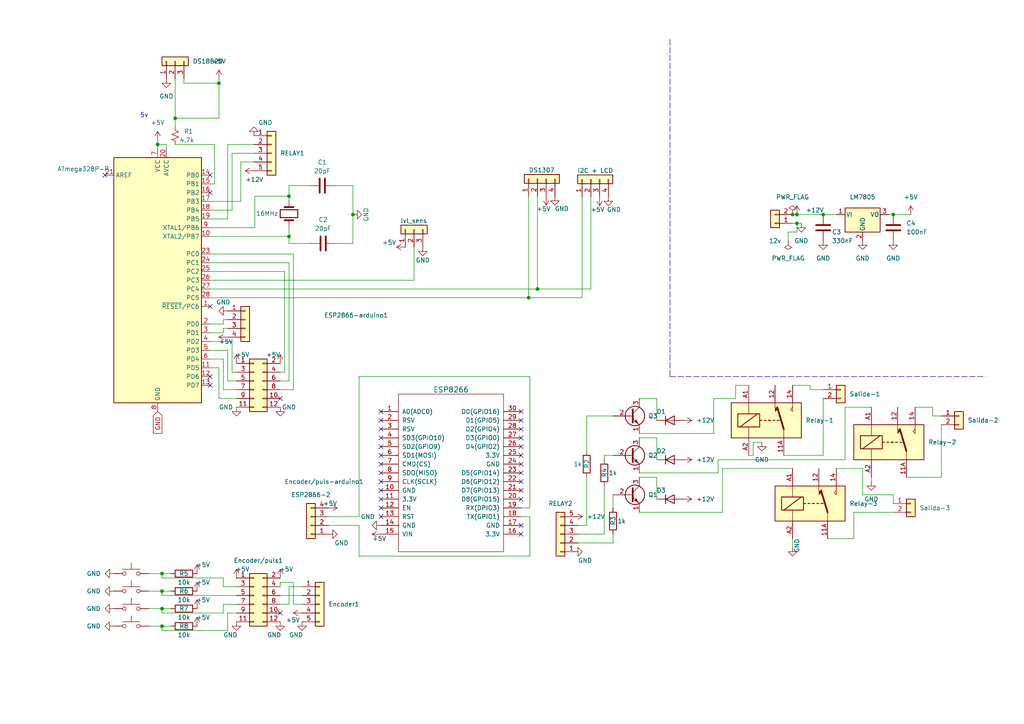
<source format=kicad_sch>
(kicad_sch (version 20211123) (generator eeschema)
  (paper "A4")
  (lib_symbols
    (symbol "Conn_01x02_2" (pin_names (offset 1.016) hide)
      (property "Value" "12v" (at 0 5.08 0))
      (symbol "Conn_01x02_2_1_1"
        (rectangle (start -1.27 -2.413) (end 0 -2.667) (stroke (width 0.1524)))
        (rectangle (start -1.27 0.127) (end 0 -0.127) (stroke (width 0.1524)))
        (rectangle (start -1.27 1.27) (end 1.27 -3.81) (stroke (width 0.254)) (fill (type background)))
        (pin power_in line (at -5.08 0 0) (length 3.81) (name "Pin_1") (number "1"))
        (pin power_in line (at -5.08 -2.54 0) (length 3.81) (name "Pin_2") (number "2"))
      )
    )
    (symbol "Conn_01x04_1" (pin_names (offset 1.016) hide)
      (property "Reference" "J" (at 0 5.08 0))
      (property "Value" "Conn_01x04_1" (at 0 -7.62 0))
      (symbol "Conn_01x04_1_1_1"
        (rectangle (start -1.27 -4.953) (end 0 -5.207) (stroke (width 0.1524)))
        (rectangle (start -1.27 -2.413) (end 0 -2.667) (stroke (width 0.1524)))
        (rectangle (start -1.27 0.127) (end 0 -0.127) (stroke (width 0.1524)))
        (rectangle (start -1.27 2.667) (end 0 2.413) (stroke (width 0.1524)))
        (rectangle (start -1.27 3.81) (end 1.27 -6.35) (stroke (width 0.254)) (fill (type background)))
        (pin passive line (at -5.08 2.54 0) (length 3.81) (name "Pin_1") (number "1"))
        (pin passive line (at -5.08 0 0) (length 3.81) (name "Pin_2") (number "2"))
        (pin passive line (at -5.08 -2.54 0) (length 3.81) (name "Pin_3") (number "3"))
        (pin passive line (at -5.08 -5.08 0) (length 3.81) (name "Pin_4") (number "4"))
      )
    )
    (symbol "Connector_Generic:Conn_01x02" (pin_names (offset 1.016) hide)
      (property "Reference" "J" (at 0 2.54 0))
      (property "Value" "Conn_01x02" (at 0 -5.08 0))
      (symbol "Conn_01x02_1_1"
        (rectangle (start -1.27 -2.413) (end 0 -2.667) (stroke (width 0.1524)))
        (rectangle (start -1.27 0.127) (end 0 -0.127) (stroke (width 0.1524)))
        (rectangle (start -1.27 1.27) (end 1.27 -3.81) (stroke (width 0.254)) (fill (type background)))
        (pin passive line (at -5.08 0 0) (length 3.81) (name "Pin_1") (number "1"))
        (pin passive line (at -5.08 -2.54 0) (length 3.81) (name "Pin_2") (number "2"))
      )
    )
    (symbol "Connector_Generic:Conn_01x03" (pin_names (offset 1.016) hide)
      (property "Reference" "J" (at 0 5.08 0))
      (property "Value" "Conn_01x03" (at 0 -5.08 0))
      (symbol "Conn_01x03_1_1"
        (rectangle (start -1.27 -2.413) (end 0 -2.667) (stroke (width 0.1524)))
        (rectangle (start -1.27 0.127) (end 0 -0.127) (stroke (width 0.1524)))
        (rectangle (start -1.27 2.667) (end 0 2.413) (stroke (width 0.1524)))
        (rectangle (start -1.27 3.81) (end 1.27 -3.81) (stroke (width 0.254)) (fill (type background)))
        (pin passive line (at -5.08 2.54 0) (length 3.81) (name "Pin_1") (number "1"))
        (pin passive line (at -5.08 0 0) (length 3.81) (name "Pin_2") (number "2"))
        (pin passive line (at -5.08 -2.54 0) (length 3.81) (name "Pin_3") (number "3"))
      )
    )
    (symbol "Connector_Generic:Conn_01x04" (pin_names (offset 1.016) hide)
      (property "Reference" "J" (at 0 5.08 0))
      (property "Value" "Conn_01x04" (at 0 -7.62 0))
      (symbol "Conn_01x04_1_1"
        (rectangle (start -1.27 -4.953) (end 0 -5.207) (stroke (width 0.1524)))
        (rectangle (start -1.27 -2.413) (end 0 -2.667) (stroke (width 0.1524)))
        (rectangle (start -1.27 0.127) (end 0 -0.127) (stroke (width 0.1524)))
        (rectangle (start -1.27 2.667) (end 0 2.413) (stroke (width 0.1524)))
        (rectangle (start -1.27 3.81) (end 1.27 -6.35) (stroke (width 0.254)) (fill (type background)))
        (pin passive line (at -5.08 2.54 0) (length 3.81) (name "Pin_1") (number "1"))
        (pin passive line (at -5.08 0 0) (length 3.81) (name "Pin_2") (number "2"))
        (pin passive line (at -5.08 -2.54 0) (length 3.81) (name "Pin_3") (number "3"))
        (pin passive line (at -5.08 -5.08 0) (length 3.81) (name "Pin_4") (number "4"))
      )
    )
    (symbol "Connector_Generic:Conn_01x05" (pin_names (offset 1.016) hide)
      (property "Reference" "J" (at 0 7.62 0))
      (property "Value" "Conn_01x05" (at 0 -7.62 0))
      (symbol "Conn_01x05_1_1"
        (rectangle (start -1.27 -4.953) (end 0 -5.207) (stroke (width 0.1524)))
        (rectangle (start -1.27 -2.413) (end 0 -2.667) (stroke (width 0.1524)))
        (rectangle (start -1.27 0.127) (end 0 -0.127) (stroke (width 0.1524)))
        (rectangle (start -1.27 2.667) (end 0 2.413) (stroke (width 0.1524)))
        (rectangle (start -1.27 5.207) (end 0 4.953) (stroke (width 0.1524)))
        (rectangle (start -1.27 6.35) (end 1.27 -6.35) (stroke (width 0.254)) (fill (type background)))
        (pin passive line (at -5.08 5.08 0) (length 3.81) (name "Pin_1") (number "1"))
        (pin passive line (at -5.08 2.54 0) (length 3.81) (name "Pin_2") (number "2"))
        (pin passive line (at -5.08 0 0) (length 3.81) (name "Pin_3") (number "3"))
        (pin passive line (at -5.08 -2.54 0) (length 3.81) (name "Pin_4") (number "4"))
        (pin passive line (at -5.08 -5.08 0) (length 3.81) (name "Pin_5") (number "5"))
      )
    )
    (symbol "Connector_Generic:Conn_02x06_Odd_Even" (pin_names (offset 1.016) hide)
      (property "Reference" "J" (at 1.27 7.62 0))
      (property "Value" "Conn_02x06_Odd_Even" (at 1.27 -10.16 0))
      (symbol "Conn_02x06_Odd_Even_1_1"
        (rectangle (start -1.27 -7.493) (end 0 -7.747) (stroke (width 0.1524)))
        (rectangle (start -1.27 -4.953) (end 0 -5.207) (stroke (width 0.1524)))
        (rectangle (start -1.27 -2.413) (end 0 -2.667) (stroke (width 0.1524)))
        (rectangle (start -1.27 0.127) (end 0 -0.127) (stroke (width 0.1524)))
        (rectangle (start -1.27 2.667) (end 0 2.413) (stroke (width 0.1524)))
        (rectangle (start -1.27 5.207) (end 0 4.953) (stroke (width 0.1524)))
        (rectangle (start -1.27 6.35) (end 3.81 -8.89) (stroke (width 0.254)) (fill (type background)))
        (rectangle (start 3.81 -7.493) (end 2.54 -7.747) (stroke (width 0.1524)))
        (rectangle (start 3.81 -4.953) (end 2.54 -5.207) (stroke (width 0.1524)))
        (rectangle (start 3.81 -2.413) (end 2.54 -2.667) (stroke (width 0.1524)))
        (rectangle (start 3.81 0.127) (end 2.54 -0.127) (stroke (width 0.1524)))
        (rectangle (start 3.81 2.667) (end 2.54 2.413) (stroke (width 0.1524)))
        (rectangle (start 3.81 5.207) (end 2.54 4.953) (stroke (width 0.1524)))
        (pin passive line (at -5.08 5.08 0) (length 3.81) (name "Pin_1") (number "1"))
        (pin passive line (at 7.62 -5.08 180) (length 3.81) (name "Pin_10") (number "10"))
        (pin passive line (at -5.08 -7.62 0) (length 3.81) (name "Pin_11") (number "11"))
        (pin passive line (at 7.62 -7.62 180) (length 3.81) (name "Pin_12") (number "12"))
        (pin passive line (at 7.62 5.08 180) (length 3.81) (name "Pin_2") (number "2"))
        (pin passive line (at -5.08 2.54 0) (length 3.81) (name "Pin_3") (number "3"))
        (pin passive line (at 7.62 2.54 180) (length 3.81) (name "Pin_4") (number "4"))
        (pin passive line (at -5.08 0 0) (length 3.81) (name "Pin_5") (number "5"))
        (pin passive line (at 7.62 0 180) (length 3.81) (name "Pin_6") (number "6"))
        (pin passive line (at -5.08 -2.54 0) (length 3.81) (name "Pin_7") (number "7"))
        (pin passive line (at 7.62 -2.54 180) (length 3.81) (name "Pin_8") (number "8"))
        (pin passive line (at -5.08 -5.08 0) (length 3.81) (name "Pin_9") (number "9"))
      )
    )
    (symbol "Device:C" (pin_numbers hide) (pin_names (offset 0.254))
      (property "Reference" "C" (at 0.635 2.54 0))
      (property "Value" "C" (at 0.635 -2.54 0))
      (symbol "C_0_1"
        (polyline (pts (xy -2.032 -0.762) (xy 2.032 -0.762)) (stroke (width 0.508)))
        (polyline (pts (xy -2.032 0.762) (xy 2.032 0.762)) (stroke (width 0.508)))
      )
      (symbol "C_1_1"
        (pin passive line (at 0 3.81 270) (length 2.794) (name "~") (number "1"))
        (pin passive line (at 0 -3.81 90) (length 2.794) (name "~") (number "2"))
      )
    )
    (symbol "Device:Crystal" (pin_numbers hide) (pin_names (offset 1.016) hide)
      (property "Reference" "Y" (at 0 3.81 0))
      (property "Value" "Crystal" (at 0 -3.81 0))
      (symbol "Crystal_0_1"
        (rectangle (start -1.143 2.54) (end 1.143 -2.54) (stroke (width 0.3048)))
        (polyline (pts (xy -2.54 0) (xy -1.905 0)))
        (polyline (pts (xy -1.905 -1.27) (xy -1.905 1.27)) (stroke (width 0.508)))
        (polyline (pts (xy 1.905 -1.27) (xy 1.905 1.27)) (stroke (width 0.508)))
        (polyline (pts (xy 2.54 0) (xy 1.905 0)))
      )
      (symbol "Crystal_1_1"
        (pin passive line (at -3.81 0 0) (length 1.27) (name "1") (number "1"))
        (pin passive line (at 3.81 0 180) (length 1.27) (name "2") (number "2"))
      )
    )
    (symbol "Device:R" (pin_numbers hide) (pin_names (offset 0))
      (property "Reference" "R" (at 2.032 0 90))
      (property "Value" "R" (at 0 0 90))
      (symbol "R_0_1"
        (rectangle (start -1.016 -2.54) (end 1.016 2.54) (stroke (width 0.254)))
      )
      (symbol "R_1_1"
        (pin passive line (at 0 3.81 270) (length 1.27) (name "~") (number "1"))
        (pin passive line (at 0 -3.81 90) (length 1.27) (name "~") (number "2"))
      )
    )
    (symbol "Device:R_Small_US" (pin_numbers hide) (pin_names (offset 0.254) hide)
      (property "Reference" "R" (at 0.762 0.508 0))
      (property "Value" "R_Small_US" (at 0.762 -1.016 0))
      (symbol "R_Small_US_1_1"
        (polyline (pts (xy 0 0) (xy 1.016 -0.381) (xy 0 -0.762) (xy -1.016 -1.143) (xy 0 -1.524)))
        (polyline (pts (xy 0 1.524) (xy 1.016 1.143) (xy 0 0.762) (xy -1.016 0.381) (xy 0 0)))
        (pin passive line (at 0 2.54 270) (length 1.016) (name "~") (number "1"))
        (pin passive line (at 0 -2.54 90) (length 1.016) (name "~") (number "2"))
      )
    )
    (symbol "Diode:1N4007" (pin_numbers hide) (pin_names (offset 1.016) hide)
      (property "Reference" "D" (at 0 2.54 0))
      (property "Value" "1N4007" (at 0 -2.54 0))
      (symbol "1N4007_0_1"
        (polyline (pts (xy -1.27 1.27) (xy -1.27 -1.27)) (stroke (width 0.254)))
        (polyline (pts (xy 1.27 0) (xy -1.27 0)))
        (polyline (pts (xy 1.27 1.27) (xy 1.27 -1.27) (xy -1.27 0) (xy 1.27 1.27)) (stroke (width 0.254)))
      )
      (symbol "1N4007_1_1"
        (pin passive line (at -3.81 0 0) (length 2.54) (name "K") (number "1"))
        (pin passive line (at 3.81 0 180) (length 2.54) (name "A") (number "2"))
      )
    )
    (symbol "ESP8266-2:NodeMCU1.0(ESP-12E)" (pin_names (offset 1.016))
      (property "Reference" "U" (at 0 21.59 0))
      (property "Value" "NodeMCU1.0(ESP-12E)" (at 0 -21.59 0))
      (symbol "NodeMCU1.0(ESP-12E)_0_1"
        (rectangle (start -15.24 -22.86) (end 15.24 22.86))
      )
      (symbol "NodeMCU1.0(ESP-12E)_1_1"
        (pin input line (at -20.32 17.78 0) (length 5.08) (name "A0(ADC0)") (number "1"))
        (pin input line (at -20.32 -5.08 0) (length 5.08) (name "GND") (number "10"))
        (pin input line (at -20.32 -7.62 0) (length 5.08) (name "3.3V") (number "11"))
        (pin input line (at -20.32 -10.16 0) (length 5.08) (name "EN") (number "12"))
        (pin input line (at -20.32 -12.7 0) (length 5.08) (name "RST") (number "13"))
        (pin input line (at -20.32 -15.24 0) (length 5.08) (name "GND") (number "14"))
        (pin input line (at -20.32 -17.78 0) (length 5.08) (name "VIN") (number "15"))
        (pin input line (at 20.32 -17.78 180) (length 5.08) (name "3.3V") (number "16"))
        (pin input line (at 20.32 -15.24 180) (length 5.08) (name "GND") (number "17"))
        (pin input line (at 20.32 -12.7 180) (length 5.08) (name "TX(GPIO1)") (number "18"))
        (pin input line (at 20.32 -10.16 180) (length 5.08) (name "RX(DPIO3)") (number "19"))
        (pin input line (at -20.32 15.24 0) (length 5.08) (name "RSV") (number "2"))
        (pin input line (at 20.32 -7.62 180) (length 5.08) (name "D8(GPIO15)") (number "20"))
        (pin input line (at 20.32 -5.08 180) (length 5.08) (name "D7(GPIO13)") (number "21"))
        (pin input line (at 20.32 -2.54 180) (length 5.08) (name "D6(GPIO12)") (number "22"))
        (pin input line (at 20.32 0 180) (length 5.08) (name "D5(GPIO14)") (number "23"))
        (pin input line (at 20.32 2.54 180) (length 5.08) (name "GND") (number "24"))
        (pin input line (at 20.32 5.08 180) (length 5.08) (name "3.3V") (number "25"))
        (pin input line (at 20.32 7.62 180) (length 5.08) (name "D4(GPIO2)") (number "26"))
        (pin input line (at 20.32 10.16 180) (length 5.08) (name "D3(GPIO0)") (number "27"))
        (pin input line (at 20.32 12.7 180) (length 5.08) (name "D2(GPIO4)") (number "28"))
        (pin input line (at 20.32 15.24 180) (length 5.08) (name "D1(GPIO5)") (number "29"))
        (pin input line (at -20.32 12.7 0) (length 5.08) (name "RSV") (number "3"))
        (pin input line (at 20.32 17.78 180) (length 5.08) (name "D0(GPIO16)") (number "30"))
        (pin input line (at -20.32 10.16 0) (length 5.08) (name "SD3(GPIO10)") (number "4"))
        (pin input line (at -20.32 7.62 0) (length 5.08) (name "SD2(GPIO9)") (number "5"))
        (pin input line (at -20.32 5.08 0) (length 5.08) (name "SD1(MOSI)") (number "6"))
        (pin input line (at -20.32 2.54 0) (length 5.08) (name "CMD(CS)") (number "7"))
        (pin input line (at -20.32 0 0) (length 5.08) (name "SDO(MISO)") (number "8"))
        (pin input line (at -20.32 -2.54 0) (length 5.08) (name "CLK(SCLK)") (number "9"))
      )
    )
    (symbol "MCU_Microchip_ATmega:ATmega328P-P"
      (property "Reference" "U" (at -12.7 36.83 0))
      (property "Value" "ATmega328P-P" (at 2.54 -36.83 0))
      (symbol "ATmega328P-P_0_1"
        (rectangle (start -12.7 -35.56) (end 12.7 35.56) (stroke (width 0.254)) (fill (type background)))
      )
      (symbol "ATmega328P-P_1_1"
        (pin bidirectional line (at 15.24 -7.62 180) (length 2.54) (name "~{RESET}/PC6") (number "1"))
        (pin bidirectional line (at 15.24 12.7 180) (length 2.54) (name "XTAL2/PB7") (number "10"))
        (pin bidirectional line (at 15.24 -25.4 180) (length 2.54) (name "PD5") (number "11"))
        (pin bidirectional line (at 15.24 -27.94 180) (length 2.54) (name "PD6") (number "12"))
        (pin bidirectional line (at 15.24 -30.48 180) (length 2.54) (name "PD7") (number "13"))
        (pin bidirectional line (at 15.24 30.48 180) (length 2.54) (name "PB0") (number "14"))
        (pin bidirectional line (at 15.24 27.94 180) (length 2.54) (name "PB1") (number "15"))
        (pin bidirectional line (at 15.24 25.4 180) (length 2.54) (name "PB2") (number "16"))
        (pin bidirectional line (at 15.24 22.86 180) (length 2.54) (name "PB3") (number "17"))
        (pin bidirectional line (at 15.24 20.32 180) (length 2.54) (name "PB4") (number "18"))
        (pin bidirectional line (at 15.24 17.78 180) (length 2.54) (name "PB5") (number "19"))
        (pin bidirectional line (at 15.24 -12.7 180) (length 2.54) (name "PD0") (number "2"))
        (pin power_in line (at 2.54 38.1 270) (length 2.54) (name "AVCC") (number "20"))
        (pin passive line (at -15.24 30.48 0) (length 2.54) (name "AREF") (number "21"))
        (pin passive line (at 0 -38.1 90) (length 2.54) hide (name "GND") (number "22"))
        (pin bidirectional line (at 15.24 7.62 180) (length 2.54) (name "PC0") (number "23"))
        (pin bidirectional line (at 15.24 5.08 180) (length 2.54) (name "PC1") (number "24"))
        (pin bidirectional line (at 15.24 2.54 180) (length 2.54) (name "PC2") (number "25"))
        (pin bidirectional line (at 15.24 0 180) (length 2.54) (name "PC3") (number "26"))
        (pin bidirectional line (at 15.24 -2.54 180) (length 2.54) (name "PC4") (number "27"))
        (pin bidirectional line (at 15.24 -5.08 180) (length 2.54) (name "PC5") (number "28"))
        (pin bidirectional line (at 15.24 -15.24 180) (length 2.54) (name "PD1") (number "3"))
        (pin bidirectional line (at 15.24 -17.78 180) (length 2.54) (name "PD2") (number "4"))
        (pin bidirectional line (at 15.24 -20.32 180) (length 2.54) (name "PD3") (number "5"))
        (pin bidirectional line (at 15.24 -22.86 180) (length 2.54) (name "PD4") (number "6"))
        (pin power_in line (at 0 38.1 270) (length 2.54) (name "VCC") (number "7"))
        (pin power_in line (at 0 -38.1 90) (length 2.54) (name "GND") (number "8"))
        (pin bidirectional line (at 15.24 15.24 180) (length 2.54) (name "XTAL1/PB6") (number "9"))
      )
    )
    (symbol "Regulator_Linear:LM7805_TO220" (pin_names (offset 0.254))
      (property "Reference" "U" (at -3.81 3.175 0))
      (property "Value" "LM7805_TO220" (at 0 3.175 0))
      (symbol "LM7805_TO220_0_1"
        (rectangle (start -5.08 1.905) (end 5.08 -5.08) (stroke (width 0.254)) (fill (type background)))
      )
      (symbol "LM7805_TO220_1_1"
        (pin power_in line (at -7.62 0 0) (length 2.54) (name "VI") (number "1"))
        (pin power_in line (at 0 -7.62 90) (length 2.54) (name "GND") (number "2"))
        (pin power_out line (at 7.62 0 180) (length 2.54) (name "VO") (number "3"))
      )
    )
    (symbol "Relay:RAYEX-L90"
      (property "Reference" "K" (at 11.43 3.81 0))
      (property "Value" "RAYEX-L90" (at 11.43 1.27 0))
      (symbol "RAYEX-L90_1_0"
        (polyline (pts (xy 2.54 3.81) (xy 2.54 5.08)))
        (polyline (pts (xy 7.62 3.81) (xy 7.62 5.08)))
        (polyline (pts (xy 7.62 3.81) (xy 7.62 2.54) (xy 6.985 3.175) (xy 7.62 3.81)))
      )
      (symbol "RAYEX-L90_1_1"
        (rectangle (start -10.16 5.08) (end 10.16 -5.08) (stroke (width 0.254)) (fill (type background)))
        (rectangle (start -8.255 1.905) (end -1.905 -1.905) (stroke (width 0.254)))
        (polyline (pts (xy -7.62 -1.905) (xy -2.54 1.905)) (stroke (width 0.254)))
        (polyline (pts (xy -5.08 -5.08) (xy -5.08 -1.905)))
        (polyline (pts (xy -5.08 5.08) (xy -5.08 1.905)))
        (polyline (pts (xy -1.905 0) (xy -1.27 0)) (stroke (width 0.254)))
        (polyline (pts (xy -0.635 0) (xy 0 0)) (stroke (width 0.254)))
        (polyline (pts (xy 0.635 0) (xy 1.27 0)) (stroke (width 0.254)))
        (polyline (pts (xy 0.635 0) (xy 1.27 0)) (stroke (width 0.254)))
        (polyline (pts (xy 1.905 0) (xy 2.54 0)) (stroke (width 0.254)))
        (polyline (pts (xy 3.175 0) (xy 3.81 0)) (stroke (width 0.254)))
        (polyline (pts (xy 5.08 -2.54) (xy 3.175 3.81)) (stroke (width 0.508)))
        (polyline (pts (xy 5.08 -2.54) (xy 5.08 -5.08)))
        (polyline (pts (xy 2.54 2.54) (xy 3.175 3.175) (xy 2.54 3.81)) (fill (type outline)))
        (pin passive line (at 5.08 -10.16 90) (length 5.08) (name "~") (number "11A"))
        (pin passive line (at 5.08 -10.16 90) (length 5.08) hide (name "~") (number "11B"))
        (pin passive line (at 2.54 10.16 270) (length 5.08) (name "~") (number "12"))
        (pin passive line (at 7.62 10.16 270) (length 5.08) (name "~") (number "14"))
        (pin passive line (at -5.08 10.16 270) (length 5.08) (name "~") (number "A1"))
        (pin passive line (at -5.08 -10.16 90) (length 5.08) (name "~") (number "A2"))
      )
    )
    (symbol "Switch:SW_Push" (pin_numbers hide) (pin_names (offset 1.016) hide)
      (property "Reference" "SW" (at 1.27 2.54 0))
      (property "Value" "SW_Push" (at 0 -1.524 0))
      (symbol "SW_Push_0_1"
        (circle (center -2.032 0) (radius 0.508))
        (polyline (pts (xy 0 1.27) (xy 0 3.048)))
        (polyline (pts (xy 2.54 1.27) (xy -2.54 1.27)))
        (circle (center 2.032 0) (radius 0.508))
        (pin passive line (at -5.08 0 0) (length 2.54) (name "1") (number "1"))
        (pin passive line (at 5.08 0 180) (length 2.54) (name "2") (number "2"))
      )
    )
    (symbol "Transistor_BJT:PN2222A" (pin_names (offset 0) hide)
      (property "Reference" "Q" (at 5.08 1.905 0))
      (property "Value" "PN2222A" (at 5.08 0 0))
      (symbol "PN2222A_0_1"
        (polyline (pts (xy 0 0) (xy 0.635 0)))
        (polyline (pts (xy 2.54 -2.54) (xy 0.635 -0.635)))
        (polyline (pts (xy 2.54 2.54) (xy 0.635 0.635)))
        (polyline (pts (xy 0.635 1.905) (xy 0.635 -1.905) (xy 0.635 -1.905)) (stroke (width 0.508)))
        (polyline (pts (xy 2.413 -2.413) (xy 1.905 -1.905) (xy 1.905 -1.905)))
        (polyline (pts (xy 1.143 -1.651) (xy 1.651 -1.143) (xy 2.159 -2.159) (xy 1.143 -1.651) (xy 1.143 -1.651)) (fill (type outline)))
        (circle (center 1.27 0) (radius 2.8194) (stroke (width 0.254)))
      )
      (symbol "PN2222A_1_1"
        (pin passive line (at 2.54 -5.08 90) (length 2.54) (name "E") (number "1"))
        (pin input line (at -5.08 0 0) (length 5.08) (name "B") (number "2"))
        (pin passive line (at 2.54 5.08 270) (length 2.54) (name "C") (number "3"))
      )
    )
    (symbol "power:+12V" (power) (pin_names (offset 0))
      (property "Value" "+12V" (at 0 3.556 0))
      (symbol "+12V_0_1"
        (polyline (pts (xy -0.762 1.27) (xy 0 2.54)))
        (polyline (pts (xy 0 0) (xy 0 2.54)))
        (polyline (pts (xy 0 2.54) (xy 0.762 1.27)))
      )
      (symbol "+12V_1_1"
        (pin power_in line (at 0 0 90) (length 0) hide (name "+12V") (number "1"))
      )
    )
    (symbol "power:+5V" (power) (pin_names (offset 0))
      (property "Value" "+5V" (at 0 3.556 0))
      (symbol "+5V_0_1"
        (polyline (pts (xy -0.762 1.27) (xy 0 2.54)))
        (polyline (pts (xy 0 0) (xy 0 2.54)))
        (polyline (pts (xy 0 2.54) (xy 0.762 1.27)))
      )
      (symbol "+5V_1_1"
        (pin power_in line (at 0 0 90) (length 0) hide (name "+5V") (number "1"))
      )
    )
    (symbol "power:GND" (power) (pin_names (offset 0))
      (property "Value" "GND" (at 0 -3.81 0))
      (symbol "GND_0_1"
        (polyline (pts (xy 0 0) (xy 0 -1.27) (xy 1.27 -1.27) (xy 0 -2.54) (xy -1.27 -1.27) (xy 0 -1.27)))
      )
      (symbol "GND_1_1"
        (pin power_in line (at 0 0 270) (length 0) hide (name "GND") (number "1"))
      )
    )
    (symbol "power:PWR_FLAG" (power) (pin_numbers hide) (pin_names (offset 0) hide)
      (property "Value" "PWR_FLAG" (at 0 3.81 0))
      (symbol "PWR_FLAG_0_0"
        (pin power_out line (at 0 0 90) (length 0) (name "pwr") (number "1"))
      )
      (symbol "PWR_FLAG_0_1"
        (polyline (pts (xy 0 0) (xy 0 1.27) (xy -1.016 1.905) (xy 0 2.54) (xy 1.016 1.905) (xy 0 1.27)))
      )
    )
  )
  (junction (at 153.3398 86.36))
  (junction (at 46.99 166.37))
  (junction (at 45.72 41.91))
  (junction (at 231.14 62.23))
  (junction (at 46.99 176.53))
  (junction (at 102.362 62.23))
  (junction (at 259.08 62.23))
  (junction (at 229.87 62.23))
  (junction (at 238.76 62.23))
  (junction (at 50.8 34.29))
  (junction (at 46.99 171.45))
  (junction (at 83.82 56.896))
  (junction (at 231.14 64.77))
  (junction (at 63.5 24.13))
  (junction (at 46.99 181.61))
  (junction (at 83.82 68.58))
  (junction (at 155.8798 83.82))
  (no_connect (at 81.28 115.57))
  (no_connect (at 30.48 50.8))
  (no_connect (at 151.13 144.78))
  (no_connect (at 151.13 139.7))
  (no_connect (at 151.13 142.24))
  (no_connect (at 151.13 152.4))
  (no_connect (at 151.13 154.94))
  (no_connect (at 151.13 119.38))
  (no_connect (at 151.13 121.92))
  (no_connect (at 151.13 127))
  (no_connect (at 151.13 124.46))
  (no_connect (at 151.13 129.54))
  (no_connect (at 151.13 132.08))
  (no_connect (at 151.13 134.62))
  (no_connect (at 151.13 137.16))
  (no_connect (at 110.49 149.86))
  (no_connect (at 110.49 147.32))
  (no_connect (at 110.49 144.78))
  (no_connect (at 110.49 137.16))
  (no_connect (at 110.49 134.62))
  (no_connect (at 110.49 129.54))
  (no_connect (at 110.49 124.46))
  (no_connect (at 110.49 127))
  (no_connect (at 110.49 132.08))
  (no_connect (at 110.49 142.24))
  (no_connect (at 110.49 139.7))
  (no_connect (at 110.49 119.38))
  (no_connect (at 110.49 121.92))
  (no_connect (at 81.28 177.8))
  (no_connect (at 60.96 111.76))
  (no_connect (at 60.96 88.9))
  (no_connect (at 60.96 109.22))
  (no_connect (at 60.96 55.88))
  (no_connect (at 60.96 50.8))
  (wire (pts (xy 89.916 70.612) (xy 83.82 70.612)))
  (wire (pts (xy 209.55 148.59) (xy 185.42 148.59)))
  (wire (pts (xy 46.99 181.61) (xy 46.99 182.88)))
  (wire (pts (xy 265.43 118.11) (xy 270.51 118.11)))
  (wire (pts (xy 270.51 120.65) (xy 273.05 120.65)))
  (wire (pts (xy 207.01 125.73) (xy 185.42 125.73)))
  (wire (pts (xy 85.09 175.26) (xy 85.09 168.91)))
  (wire (pts (xy 60.96 86.36) (xy 153.3398 86.36)))
  (wire (pts (xy 171.3738 57.0992) (xy 171.3738 83.82)))
  (wire (pts (xy 104.14 149.86) (xy 95.25 149.86)))
  (wire (pts (xy 153.67 149.86) (xy 153.67 161.29)))
  (wire (pts (xy 46.99 177.8) (xy 64.77 177.8)))
  (wire (pts (xy 259.08 143.51) (xy 259.08 146.05)))
  (wire (pts (xy 66.04 41.91) (xy 73.66 41.91)))
  (wire (pts (xy 62.23 53.34) (xy 62.23 41.91)))
  (wire (pts (xy 167.64 149.86) (xy 166.37 149.86)))
  (wire (pts (xy 95.25 152.4) (xy 104.14 152.4)))
  (wire (pts (xy 50.8 34.29) (xy 50.8 36.83)))
  (wire (pts (xy 43.18 171.45) (xy 46.99 171.45)))
  (wire (pts (xy 85.09 113.03) (xy 81.28 113.03)))
  (wire (pts (xy 60.96 78.74) (xy 82.55 78.74)))
  (wire (pts (xy 45.72 41.91) (xy 45.72 43.18)))
  (wire (pts (xy 102.362 53.848) (xy 102.362 62.23)))
  (wire (pts (xy 60.96 83.82) (xy 155.8798 83.82)))
  (wire (pts (xy 60.96 99.06) (xy 67.31 99.06)))
  (wire (pts (xy 81.28 168.91) (xy 81.28 170.18)))
  (wire (pts (xy 64.77 167.64) (xy 64.77 170.18)))
  (wire (pts (xy 67.31 44.45) (xy 73.66 44.45)))
  (wire (pts (xy 87.63 175.26) (xy 85.09 175.26)))
  (wire (pts (xy 81.28 172.72) (xy 87.63 172.72)))
  (wire (pts (xy 229.87 111.76) (xy 234.95 111.76)))
  (wire (pts (xy 60.96 66.04) (xy 73.914 66.04)))
  (wire (pts (xy 83.82 70.612) (xy 83.82 68.58)))
  (wire (pts (xy 85.09 113.03) (xy 85.09 73.66)))
  (wire (pts (xy 151.13 147.32) (xy 153.67 147.32)))
  (polyline (pts (xy 194.31 11.43) (xy 194.31 109.22)))
  (wire (pts (xy 170.18 138.43) (xy 170.18 152.4)))
  (wire (pts (xy 43.18 166.37) (xy 46.99 166.37)))
  (wire (pts (xy 60.96 60.96) (xy 67.31 60.96)))
  (wire (pts (xy 50.8 34.29) (xy 63.5 34.29)))
  (wire (pts (xy 151.13 149.86) (xy 153.67 149.86)))
  (wire (pts (xy 245.11 133.35) (xy 208.28 133.35)))
  (wire (pts (xy 83.82 53.848) (xy 83.82 56.896)))
  (wire (pts (xy 153.67 109.22) (xy 104.14 109.22)))
  (wire (pts (xy 262.89 138.43) (xy 273.05 138.43)))
  (wire (pts (xy 231.14 62.23) (xy 238.76 62.23)))
  (wire (pts (xy 213.36 111.76) (xy 217.17 111.76)))
  (wire (pts (xy 46.99 166.37) (xy 46.99 167.64)))
  (wire (pts (xy 229.87 135.89) (xy 209.55 135.89)))
  (wire (pts (xy 177.8 147.32) (xy 177.8 143.51)))
  (wire (pts (xy 64.77 175.26) (xy 68.58 175.26)))
  (wire (pts (xy 60.96 63.5) (xy 66.04 63.5)))
  (wire (pts (xy 175.26 154.94) (xy 167.64 154.94)))
  (wire (pts (xy 238.76 132.08) (xy 227.33 132.08)))
  (wire (pts (xy 171.3738 83.82) (xy 155.8798 83.82)))
  (wire (pts (xy 190.5 115.57) (xy 190.5 121.92)))
  (wire (pts (xy 48.26 43.18) (xy 48.26 41.91)))
  (wire (pts (xy 153.3398 86.36) (xy 153.3398 56.9722)))
  (wire (pts (xy 208.28 137.16) (xy 185.42 137.16)))
  (wire (pts (xy 229.87 62.23) (xy 231.14 62.23)))
  (wire (pts (xy 69.85 46.99) (xy 73.66 46.99)))
  (wire (pts (xy 66.04 177.8) (xy 66.04 182.88)))
  (wire (pts (xy 170.18 120.65) (xy 170.18 130.81)))
  (wire (pts (xy 185.42 138.43) (xy 190.5 138.43)))
  (wire (pts (xy 67.31 107.95) (xy 68.58 107.95)))
  (wire (pts (xy 218.44 132.08) (xy 218.44 128.27)))
  (wire (pts (xy 62.23 41.91) (xy 50.8 41.91)))
  (wire (pts (xy 66.04 101.6) (xy 66.04 110.49)))
  (wire (pts (xy 177.8 157.48) (xy 167.64 157.48)))
  (wire (pts (xy 46.99 167.64) (xy 64.77 167.64)))
  (wire (pts (xy 60.96 104.14) (xy 64.77 104.14)))
  (wire (pts (xy 250.19 143.51) (xy 259.08 143.51)))
  (wire (pts (xy 66.04 63.5) (xy 66.04 41.91)))
  (wire (pts (xy 60.96 106.68) (xy 63.5 106.68)))
  (wire (pts (xy 209.55 135.89) (xy 209.55 148.59)))
  (wire (pts (xy 46.99 171.45) (xy 49.53 171.45)))
  (wire (pts (xy 238.76 62.23) (xy 242.57 62.23)))
  (wire (pts (xy 153.3398 86.36) (xy 168.8338 86.36)))
  (wire (pts (xy 104.14 109.22) (xy 104.14 149.86)))
  (wire (pts (xy 64.77 95.25) (xy 66.04 95.25)))
  (wire (pts (xy 46.99 171.45) (xy 46.99 172.72)))
  (wire (pts (xy 177.8 132.08) (xy 175.26 132.08)))
  (wire (pts (xy 102.362 70.612) (xy 102.362 62.23)))
  (wire (pts (xy 185.42 127) (xy 190.5 127)))
  (wire (pts (xy 231.14 67.31) (xy 231.14 64.77)))
  (wire (pts (xy 64.77 96.52) (xy 64.77 95.25)))
  (wire (pts (xy 259.08 148.59) (xy 247.65 148.59)))
  (wire (pts (xy 63.5 22.86) (xy 63.5 24.13)))
  (wire (pts (xy 64.77 113.03) (xy 68.58 113.03)))
  (wire (pts (xy 175.26 140.97) (xy 175.26 154.94)))
  (wire (pts (xy 64.77 177.8) (xy 64.77 175.26)))
  (wire (pts (xy 83.82 68.58) (xy 60.96 68.58)))
  (wire (pts (xy 207.01 115.57) (xy 207.01 125.73)))
  (wire (pts (xy 81.28 107.95) (xy 82.55 107.95)))
  (wire (pts (xy 60.96 101.6) (xy 66.04 101.6)))
  (wire (pts (xy 73.914 66.04) (xy 73.914 56.896)))
  (wire (pts (xy 234.95 113.03) (xy 238.76 113.03)))
  (wire (pts (xy 234.95 111.76) (xy 234.95 113.03)))
  (wire (pts (xy 245.11 133.35) (xy 245.11 118.11)))
  (wire (pts (xy 60.96 93.98) (xy 64.77 93.98)))
  (wire (pts (xy 89.662 53.848) (xy 83.82 53.848)))
  (wire (pts (xy 228.6 69.85) (xy 228.6 67.31)))
  (wire (pts (xy 83.82 110.49) (xy 81.28 110.49)))
  (wire (pts (xy 168.8338 86.36) (xy 168.8338 57.0992)))
  (wire (pts (xy 46.99 181.61) (xy 49.53 181.61)))
  (wire (pts (xy 60.96 53.34) (xy 62.23 53.34)))
  (wire (pts (xy 83.82 170.18) (xy 83.82 175.26)))
  (wire (pts (xy 250.19 135.89) (xy 250.19 143.51)))
  (wire (pts (xy 155.8798 83.82) (xy 155.8798 56.9722)))
  (wire (pts (xy 83.82 56.896) (xy 73.914 56.896)))
  (wire (pts (xy 60.96 76.2) (xy 83.82 76.2)))
  (wire (pts (xy 60.96 96.52) (xy 64.77 96.52)))
  (wire (pts (xy 66.04 110.49) (xy 68.58 110.49)))
  (wire (pts (xy 238.76 115.57) (xy 238.76 132.08)))
  (wire (pts (xy 60.96 81.28) (xy 120.0912 81.28)))
  (wire (pts (xy 190.5 127) (xy 190.5 133.35)))
  (wire (pts (xy 175.26 132.08) (xy 175.26 133.35)))
  (wire (pts (xy 213.36 115.57) (xy 213.36 111.76)))
  (wire (pts (xy 167.64 160.02) (xy 166.37 160.02)))
  (wire (pts (xy 46.99 182.88) (xy 66.04 182.88)))
  (wire (pts (xy 50.8 22.86) (xy 50.8 34.29)))
  (wire (pts (xy 229.87 64.77) (xy 231.14 64.77)))
  (wire (pts (xy 185.42 115.57) (xy 190.5 115.57)))
  (wire (pts (xy 46.99 172.72) (xy 68.58 172.72)))
  (wire (pts (xy 177.8 154.94) (xy 177.8 157.48)))
  (wire (pts (xy 83.82 58.166) (xy 83.82 56.896)))
  (wire (pts (xy 53.34 24.13) (xy 53.34 22.86)))
  (wire (pts (xy 83.82 175.26) (xy 81.28 175.26)))
  (wire (pts (xy 63.5 115.57) (xy 68.58 115.57)))
  (wire (pts (xy 229.87 156.21) (xy 229.87 158.75)))
  (wire (pts (xy 64.77 92.71) (xy 66.04 92.71)))
  (wire (pts (xy 257.81 62.23) (xy 259.08 62.23)))
  (wire (pts (xy 46.99 176.53) (xy 49.53 176.53)))
  (wire (pts (xy 63.5 24.13) (xy 63.5 34.29)))
  (wire (pts (xy 64.77 104.14) (xy 64.77 113.03)))
  (wire (pts (xy 247.65 148.59) (xy 247.65 156.21)))
  (wire (pts (xy 273.05 123.19) (xy 273.05 138.43)))
  (polyline (pts (xy 194.31 109.22) (xy 285.75 109.22)))
  (wire (pts (xy 218.44 128.27) (xy 220.98 128.27)))
  (wire (pts (xy 231.14 64.77) (xy 232.41 64.77)))
  (wire (pts (xy 242.57 135.89) (xy 250.19 135.89)))
  (wire (pts (xy 45.72 41.91) (xy 48.26 41.91)))
  (wire (pts (xy 247.65 156.21) (xy 240.03 156.21)))
  (wire (pts (xy 69.85 58.42) (xy 69.85 46.99)))
  (wire (pts (xy 153.67 161.29) (xy 104.14 161.29)))
  (wire (pts (xy 120.0912 71.6534) (xy 120.0912 81.28)))
  (wire (pts (xy 213.36 115.57) (xy 207.01 115.57)))
  (wire (pts (xy 67.31 99.06) (xy 67.31 107.95)))
  (wire (pts (xy 63.5 106.68) (xy 63.5 115.57)))
  (wire (pts (xy 259.08 62.23) (xy 264.16 62.23)))
  (wire (pts (xy 217.17 132.08) (xy 218.44 132.08)))
  (wire (pts (xy 60.96 73.66) (xy 85.09 73.66)))
  (wire (pts (xy 67.31 60.96) (xy 67.31 44.45)))
  (wire (pts (xy 170.18 120.65) (xy 177.8 120.65)))
  (wire (pts (xy 228.6 67.31) (xy 231.14 67.31)))
  (wire (pts (xy 170.18 152.4) (xy 167.64 152.4)))
  (wire (pts (xy 53.34 24.13) (xy 63.5 24.13)))
  (wire (pts (xy 64.77 93.98) (xy 64.77 92.71)))
  (wire (pts (xy 60.96 58.42) (xy 69.85 58.42)))
  (wire (pts (xy 97.536 70.612) (xy 102.362 70.612)))
  (wire (pts (xy 64.77 170.18) (xy 68.58 170.18)))
  (wire (pts (xy 46.99 176.53) (xy 46.99 177.8)))
  (wire (pts (xy 85.09 168.91) (xy 81.28 168.91)))
  (wire (pts (xy 46.99 166.37) (xy 49.53 166.37)))
  (wire (pts (xy 82.55 78.74) (xy 82.55 107.95)))
  (wire (pts (xy 252.73 138.43) (xy 252.73 139.7)))
  (wire (pts (xy 245.11 118.11) (xy 252.73 118.11)))
  (wire (pts (xy 43.18 176.53) (xy 46.99 176.53)))
  (wire (pts (xy 270.51 118.11) (xy 270.51 120.65)))
  (wire (pts (xy 66.04 177.8) (xy 68.58 177.8)))
  (wire (pts (xy 190.5 138.43) (xy 190.5 144.78)))
  (wire (pts (xy 45.72 40.64) (xy 45.72 41.91)))
  (wire (pts (xy 43.18 181.61) (xy 46.99 181.61)))
  (wire (pts (xy 97.282 53.848) (xy 102.362 53.848)))
  (wire (pts (xy 208.28 133.35) (xy 208.28 137.16)))
  (wire (pts (xy 153.67 147.32) (xy 153.67 109.22)))
  (wire (pts (xy 83.82 170.18) (xy 87.63 170.18)))
  (wire (pts (xy 83.82 65.786) (xy 83.82 68.58)))
  (wire (pts (xy 104.14 152.4) (xy 104.14 161.29)))
  (wire (pts (xy 83.82 76.2) (xy 83.82 110.49)))
  (text "5v" (at 40.64 34.29 0) (effects (font (size 1.27 1.27)) (justify left bottom)))
  (global_label "GND" (shape input) (at 45.72 119.38 270) (property "Intersheet References" "${INTERSHEET_REFS}" (effects hide)))
  (symbol (lib_id "Connector_Generic:Conn_02x06_Odd_Even") (at 73.66 172.72 0) (unit 1)
    (property "Reference" "Encoder/puls1" (at 74.93 162.56 0))
    (property "Value" "Conn_02x06_Odd_Even" (effects hide))
    (property "Footprint" "Connector_PinHeader_2.54mm:PinHeader_2x06_P2.54mm_Vertical" (effects hide))
  )
  (symbol (lib_id "Connector_Generic:Conn_02x06_Odd_Even") (at 73.66 110.49 0) (unit 1)
    (property "Reference" "Encoder/puls-arduino1" (at 93.98 139.7 0))
    (property "Value" "Conn_02x06_Odd_Even" (effects hide))
    (property "Footprint" "Connector_PinHeader_2.54mm:PinHeader_2x06_P2.54mm_Vertical" (effects hide))
  )
  (symbol (lib_id "Switch:SW_Push") (at 38.1 176.53 0) (unit 1)
    (property "Reference" "SW2" (effects hide))
    (property "Value" "SW_Push" (effects hide))
    (property "Footprint" "Button_Switch_THT:SW_PUSH-12mm" (effects hide))
  )
  (symbol (lib_id "power:GND") (at 87.63 180.34 0) (unit 1)
    (property "Reference" "#PWR0130" (effects hide))
    (property "Value" "GND" (at 83.82 184.15 0) (effects (justify left)))
  )
  (symbol (lib_id "Device:R") (at 53.34 176.53 90) (unit 1)
    (property "Reference" "R7" (at 53.34 176.53 90))
    (property "Value" "10k" (at 53.34 179.07 90))
    (property "Footprint" "Resistor_THT:R_Axial_DIN0204_L3.6mm_D1.6mm_P5.08mm_Horizontal" (effects hide))
  )
  (symbol (lib_id "power:GND") (at 81.28 118.11 0) (unit 1)
    (property "Reference" "#PWR0106" (effects hide))
    (property "Value" "GND" (at 83.82 118.11 0))
  )
  (symbol (lib_id "power:+5V") (at 110.49 154.94 90) (unit 1)
    (property "Reference" "#PWR03" (effects hide))
    (property "Value" "+5V" (at 107.95 156.21 90) (effects (justify right)))
  )
  (symbol (lib_id "Relay:RAYEX-L90") (at 222.25 121.92 0) (unit 1)
    (property "Reference" "Relay-1" (at 233.68 121.9199 0) (effects (justify left)))
    (property "Value" "RAYEX-L90" (effects hide))
    (property "Footprint" "Relay_THT:Relay_SPDT_RAYEX-L90" (effects hide))
    (property "Datasheet" "https://a3.sofastcdn.com/attachment/7jioKBjnRiiSrjrjknRiwS77gwbf3zmp/L90-SERIES.pdf" (effects hide))
  )
  (symbol (lib_id "Connector_Generic:Conn_01x02") (at 264.16 146.05 0) (unit 1)
    (property "Reference" "Salida-3" (at 266.7 147.3199 0) (effects (justify left)))
    (property "Value" "Conn_01x02" (effects hide))
    (property "Footprint" "TerminalBlock:TerminalBlock_bornier-2_P5.08mm" (effects hide))
  )
  (symbol (lib_id "Diode:1N4007") (at 194.31 144.78 0) (mirror x) (unit 1)
    (property "Reference" "D3" (at 191.77 142.24 0))
    (property "Value" "1N4007" (effects hide))
    (property "Footprint" "Diode_THT:D_DO-41_SOD81_P10.16mm_Horizontal" (effects hide))
    (property "Datasheet" "http://www.vishay.com/docs/88503/1n4001.pdf" (effects hide))
  )
  (symbol (lib_id "power:GND") (at 252.73 139.7 0) (unit 1)
    (property "Reference" "#PWR?" (effects hide))
    (property "Value" "GND" (at 252.73 144.78 0))
  )
  (symbol (lib_id "power:+5V") (at 66.04 97.79 90) (unit 1)
    (property "Reference" "#PWR013" (effects hide))
    (property "Value" "+5V" (at 63.5 99.06 90) (effects (justify right)))
  )
  (symbol (lib_id "Connector_Generic:Conn_01x02") (at 243.84 113.03 0) (unit 1)
    (property "Reference" "Salida-1" (at 246.38 114.2999 0) (effects (justify left)))
    (property "Value" "Conn_01x02" (effects hide))
    (property "Footprint" "TerminalBlock:TerminalBlock_bornier-2_P5.08mm" (effects hide))
  )
  (symbol (lib_id "power:GND") (at 102.362 62.23 90) (unit 1)
    (property "Reference" "#PWR01" (effects hide))
    (property "Value" "GND" (at 106.172 62.23 0))
  )
  (symbol (lib_id "power:+12V") (at 73.66 49.53 90) (unit 1)
    (property "Reference" "#PWR05" (effects hide))
    (property "Value" "+12V" (at 71.12 52.07 90) (effects (justify right)))
  )
  (symbol (lib_id "power:+5V") (at 81.28 167.64 0) (unit 1)
    (property "Reference" "#PWR018" (effects hide))
    (property "Value" "+5V" (at 85.09 165.1 0) (effects (justify right)))
  )
  (symbol (lib_id "Device:R") (at 177.8 151.13 0) (unit 1)
    (property "Reference" "R3" (at 177.8 152.4 90) (effects (justify left)))
    (property "Value" "1k" (at 179.07 151.13 0) (effects (justify left)))
    (property "Footprint" "Resistor_THT:R_Axial_DIN0204_L3.6mm_D1.6mm_P7.62mm_Horizontal" (effects hide))
  )
  (symbol (lib_id "power:GND") (at 160.9598 56.9722 0) (unit 1)
    (property "Reference" "#PWR0113" (effects hide))
    (property "Value" "GND" (at 162.941 60.5536 0))
  )
  (symbol (lib_name "Conn_01x02_2") (lib_id "Connector_Generic:Conn_01x02") (at 224.79 64.77 180) (unit 1)
    (property "Reference" "J1" (effects hide))
    (property "Value" "12v" (at 224.79 69.85 0))
    (property "Footprint" "TerminalBlock:TerminalBlock_bornier-2_P5.08mm" (effects hide))
  )
  (symbol (lib_id "Connector_Generic:Conn_01x02") (at 278.13 120.65 0) (unit 1)
    (property "Reference" "Salida-2" (at 280.67 121.9199 0) (effects (justify left)))
    (property "Value" "Conn_01x02" (effects hide))
    (property "Footprint" "TerminalBlock:TerminalBlock_bornier-2_P5.08mm" (effects hide))
  )
  (symbol (lib_id "power:GND") (at 238.76 69.85 0) (unit 1)
    (property "Reference" "#PWR0126" (effects hide))
    (property "Value" "GND" (at 238.76 74.93 0))
  )
  (symbol (lib_id "power:GND") (at 33.02 176.53 270) (unit 1)
    (property "Reference" "#PWR0116" (effects hide))
    (property "Value" "GND" (at 29.21 176.5301 90) (effects (justify right)))
  )
  (symbol (lib_id "power:GND") (at 176.4538 57.0992 0) (unit 1)
    (property "Reference" "#PWR0114" (effects hide))
    (property "Value" "GND" (at 178.054 60.8076 0))
  )
  (symbol (lib_id "power:+12V") (at 198.12 144.78 270) (unit 1)
    (property "Reference" "#PWR0122" (effects hide))
    (property "Value" "+12V" (at 201.93 144.7799 90) (effects (justify left)))
  )
  (symbol (lib_id "Relay:RAYEX-L90") (at 257.81 128.27 0) (unit 1)
    (property "Reference" "Relay-2" (at 269.24 128.2699 0) (effects (justify left)))
    (property "Value" "RAYEX-L90" (effects hide))
    (property "Footprint" "Relay_THT:Relay_SPDT_RAYEX-L90" (effects hide))
    (property "Datasheet" "https://a3.sofastcdn.com/attachment/7jioKBjnRiiSrjrjknRiwS77gwbf3zmp/L90-SERIES.pdf" (effects hide))
  )
  (symbol (lib_id "power:+5V") (at 68.58 105.41 0) (unit 1)
    (property "Reference" "#PWR0132" (effects hide))
    (property "Value" "+5V" (at 72.39 102.87 0) (effects (justify right)))
  )
  (symbol (lib_id "Device:R") (at 53.34 181.61 90) (unit 1)
    (property "Reference" "R8" (at 53.34 181.61 90))
    (property "Value" "10k" (at 53.34 184.15 90))
    (property "Footprint" "Resistor_THT:R_Axial_DIN0204_L3.6mm_D1.6mm_P5.08mm_Horizontal" (effects hide))
  )
  (symbol (lib_id "Diode:1N4007") (at 194.31 121.92 0) (mirror x) (unit 1)
    (property "Reference" "D1" (at 191.77 119.38 0))
    (property "Value" "1N4007" (effects hide))
    (property "Footprint" "Diode_THT:D_DO-41_SOD81_P10.16mm_Horizontal" (effects hide))
    (property "Datasheet" "http://www.vishay.com/docs/88503/1n4001.pdf" (effects hide))
  )
  (symbol (lib_id "Switch:SW_Push") (at 38.1 171.45 0) (unit 1)
    (property "Reference" "SW3" (effects hide))
    (property "Value" "SW_Push" (effects hide))
    (property "Footprint" "Button_Switch_THT:SW_PUSH-12mm" (effects hide))
  )
  (symbol (lib_id "Device:R") (at 170.18 134.62 0) (unit 1)
    (property "Reference" "R2" (at 170.18 135.89 90) (effects (justify left)))
    (property "Value" "1k" (at 166.37 134.62 0) (effects (justify left)))
    (property "Footprint" "Resistor_THT:R_Axial_DIN0204_L3.6mm_D1.6mm_P7.62mm_Horizontal" (effects hide))
  )
  (symbol (lib_name "Conn_01x04_1") (lib_id "Connector_Generic:Conn_01x04") (at 155.8798 51.8922 90) (unit 1)
    (property "Reference" "J3" (effects hide))
    (property "Value" "DS1307" (at 157.1498 49.3522 90))
    (property "Footprint" "Connector_PinSocket_2.54mm:PinSocket_1x04_P2.54mm_Vertical" (effects hide))
  )
  (symbol (lib_id "power:GND") (at 110.49 152.4 270) (unit 1)
    (property "Reference" "#PWR02" (effects hide))
    (property "Value" "GND" (at 106.68 149.86 90))
  )
  (symbol (lib_id "Transistor_BJT:PN2222A") (at 182.88 143.51 0) (unit 1)
    (property "Reference" "Q1" (at 187.96 143.5099 0) (effects (justify left)))
    (property "Value" "PN2222A" (effects hide))
    (property "Footprint" "Package_TO_SOT_THT:TO-92_Inline" (effects hide))
    (property "Datasheet" "https://www.onsemi.com/pub/Collateral/PN2222-D.PDF" (effects hide))
  )
  (symbol (lib_id "Connector_Generic:Conn_01x04") (at 171.3738 52.0192 90) (unit 1)
    (property "Reference" "J2" (effects hide))
    (property "Value" "I2C + LCD" (at 172.6438 49.4792 90))
    (property "Footprint" "Connector_PinSocket_2.54mm:PinSocket_1x04_P2.54mm_Vertical" (effects hide))
  )
  (symbol (lib_id "Device:R") (at 53.34 171.45 90) (unit 1)
    (property "Reference" "R6" (at 53.34 171.45 90))
    (property "Value" "10k" (at 53.34 173.99 90))
    (property "Footprint" "Resistor_THT:R_Axial_DIN0204_L3.6mm_D1.6mm_P5.08mm_Horizontal" (effects hide))
  )
  (symbol (lib_id "power:+5V") (at 68.58 167.64 0) (unit 1)
    (property "Reference" "#PWR016" (effects hide))
    (property "Value" "+5V" (at 72.39 165.1 0) (effects (justify right)))
  )
  (symbol (lib_id "Device:C") (at 93.726 70.612 90) (unit 1)
    (property "Reference" "C2" (at 93.726 63.7286 90))
    (property "Value" "20pF" (at 93.726 66.2686 90))
    (property "Footprint" "Capacitor_THT:C_Disc_D5.0mm_W2.5mm_P5.00mm" (effects hide))
  )
  (symbol (lib_id "power:GND") (at 122.6312 71.6534 0) (unit 1)
    (property "Reference" "#PWR0112" (effects hide))
    (property "Value" "GND" (at 122.6312 75.4634 0))
  )
  (symbol (lib_id "Relay:RAYEX-L90") (at 234.95 146.05 0) (unit 1)
    (property "Reference" "Relay-3" (at 246.38 146.0499 0) (effects (justify left)))
    (property "Value" "RAYEX-L90" (effects hide))
    (property "Footprint" "Relay_THT:Relay_SPDT_RAYEX-L90" (effects hide))
    (property "Datasheet" "https://a3.sofastcdn.com/attachment/7jioKBjnRiiSrjrjknRiwS77gwbf3zmp/L90-SERIES.pdf" (effects hide))
  )
  (symbol (lib_id "power:+5V") (at 57.15 166.37 0) (unit 1)
    (property "Reference" "#PWR020" (effects hide))
    (property "Value" "+5V" (at 60.96 163.83 0) (effects (justify right)))
  )
  (symbol (lib_id "power:+5V") (at 264.16 62.23 0) (unit 1)
    (property "Reference" "#PWR0101" (effects hide))
    (property "Value" "+5V" (at 264.16 57.15 0))
  )
  (symbol (lib_id "Regulator_Linear:LM7805_TO220") (at 250.19 62.23 0) (unit 1)
    (property "Reference" "U1" (effects hide))
    (property "Value" "LM7805" (at 250.19 57.15 0))
    (property "Footprint" "Package_TO_SOT_THT:TO-220-3_Vertical" (effects hide))
    (property "Datasheet" "https://www.onsemi.cn/PowerSolutions/document/MC7800-D.PDF" (effects hide))
  )
  (symbol (lib_id "Switch:SW_Push") (at 38.1 181.61 0) (unit 1)
    (property "Reference" "SW1" (effects hide))
    (property "Value" "SW_Push" (effects hide))
    (property "Footprint" "Button_Switch_THT:SW_PUSH-12mm" (effects hide))
  )
  (symbol (lib_id "power:+5V") (at 158.4198 56.9722 180) (unit 1)
    (property "Reference" "#PWR0104" (effects hide))
    (property "Value" "+5V" (at 155.6188 60.6014 0) (effects (justify right)))
  )
  (symbol (lib_id "Connector_Generic:Conn_01x05") (at 92.71 175.26 0) (unit 1)
    (property "Reference" "Encoder1" (at 95.25 175.2599 0) (effects (justify left)))
    (property "Value" "Conn_01x05" (effects hide))
    (property "Footprint" "Connector_PinSocket_2.54mm:PinSocket_1x05_P2.54mm_Vertical" (effects hide))
  )
  (symbol (lib_id "Device:R") (at 175.26 137.16 0) (unit 1)
    (property "Reference" "R4" (at 175.26 138.43 90) (effects (justify left)))
    (property "Value" "1k" (at 176.53 137.16 0) (effects (justify left)))
    (property "Footprint" "Resistor_THT:R_Axial_DIN0204_L3.6mm_D1.6mm_P7.62mm_Horizontal" (effects hide))
  )
  (symbol (lib_id "power:GND") (at 68.58 180.34 0) (unit 1)
    (property "Reference" "#PWR017" (effects hide))
    (property "Value" "GND" (at 64.77 184.15 0) (effects (justify left)))
  )
  (symbol (lib_id "power:GND") (at 73.66 39.37 180) (unit 1)
    (property "Reference" "#PWR04" (effects hide))
    (property "Value" "GND" (at 74.93 35.56 0) (effects (justify right)))
  )
  (symbol (lib_id "power:GND") (at 166.37 160.02 90) (unit 1)
    (property "Reference" "#PWR010" (effects hide))
    (property "Value" "GND" (at 167.64 162.56 90) (effects (justify right)))
  )
  (symbol (lib_id "power:+12V") (at 198.12 133.35 270) (unit 1)
    (property "Reference" "#PWR0124" (effects hide))
    (property "Value" "+12V" (at 201.93 133.3499 90) (effects (justify left)))
  )
  (symbol (lib_id "Device:Crystal") (at 83.82 61.976 270) (unit 1)
    (property "Reference" "Y1" (effects hide))
    (property "Value" "16MHz" (at 74.2442 61.9252 90) (effects (justify left)))
    (property "Footprint" "Crystal:Crystal_HC49-4H_Vertical" (effects hide))
  )
  (symbol (lib_id "ESP8266-2:NodeMCU1.0(ESP-12E)") (at 130.81 137.16 0) (unit 1)
    (property "Reference" "ESP8266" (at 130.81 113.03 0) (effects (font (size 1.524 1.524))))
    (property "Value" "NodeMCU1.0(ESP-12E)" (effects hide))
    (property "Footprint" "ESP8266 LOLiN v3:ESP8266" (effects hide))
  )
  (symbol (lib_id "power:GND") (at 232.41 64.77 0) (unit 1)
    (property "Reference" "#PWR0109" (effects hide))
    (property "Value" "GND" (at 232.41 69.85 0))
  )
  (symbol (lib_id "Connector_Generic:Conn_01x05") (at 162.56 154.94 180) (unit 1)
    (property "Reference" "RELAY2" (at 162.56 146.05 0))
    (property "Value" "Conn_01x05" (effects hide))
    (property "Footprint" "Connector_PinHeader_2.54mm:PinHeader_1x05_P2.54mm_Vertical" (effects hide))
  )
  (symbol (lib_id "Connector_Generic:Conn_01x03") (at 120.0912 66.5734 90) (unit 1)
    (property "Reference" "Lvl_sens1" (effects hide))
    (property "Value" "lvl_sens" (at 123.9012 64.0334 90) (effects (justify left)))
    (property "Footprint" "Connector_PinSocket_2.54mm:PinSocket_1x03_P2.54mm_Vertical" (effects hide))
  )
  (symbol (lib_id "Connector_Generic:Conn_01x03") (at 50.8 17.78 90) (unit 1)
    (property "Reference" "DS18B20" (at 55.88 17.7799 90) (effects (justify right)))
    (property "Value" "Conn_01x03" (effects hide))
    (property "Footprint" "Connector_PinHeader_2.54mm:PinHeader_1x03_P2.54mm_Vertical" (effects hide))
  )
  (symbol (lib_id "power:+5V") (at 81.28 105.41 0) (unit 1)
    (property "Reference" "#PWR0111" (effects hide))
    (property "Value" "+5V" (at 81.28 102.87 0) (effects (justify right)))
  )
  (symbol (lib_id "power:+5V") (at 87.63 177.8 90) (unit 1)
    (property "Reference" "#PWR0133" (effects hide))
    (property "Value" "+5V" (at 82.9165 179.8199 90) (effects (justify right)))
  )
  (symbol (lib_id "power:PWR_FLAG") (at 228.6 69.85 180) (unit 1)
    (property "Reference" "#FLG0101" (effects hide))
    (property "Value" "PWR_FLAG" (at 228.6 74.93 0))
  )
  (symbol (lib_id "Device:R") (at 53.34 166.37 90) (unit 1)
    (property "Reference" "R5" (at 53.34 166.37 90))
    (property "Value" "10k" (at 53.34 168.91 90))
    (property "Footprint" "Resistor_THT:R_Axial_DIN0204_L3.6mm_D1.6mm_P5.08mm_Horizontal" (effects hide))
  )
  (symbol (lib_id "power:GND") (at 66.04 90.17 270) (unit 1)
    (property "Reference" "#PWR012" (effects hide))
    (property "Value" "GND" (at 64.77 87.63 90))
  )
  (symbol (lib_id "power:GND") (at 81.28 180.34 0) (unit 1)
    (property "Reference" "#PWR019" (effects hide))
    (property "Value" "GND" (at 77.47 184.15 0) (effects (justify left)))
  )
  (symbol (lib_id "Switch:SW_Push") (at 38.1 166.37 0) (unit 1)
    (property "Reference" "SW4" (effects hide))
    (property "Value" "SW_Push" (effects hide))
    (property "Footprint" "Button_Switch_THT:SW_PUSH-12mm" (effects hide))
  )
  (symbol (lib_id "power:GND") (at 33.02 181.61 270) (unit 1)
    (property "Reference" "#PWR0115" (effects hide))
    (property "Value" "GND" (at 29.21 181.6101 90) (effects (justify right)))
  )
  (symbol (lib_id "power:+12V") (at 166.37 149.86 270) (unit 1)
    (property "Reference" "#PWR09" (effects hide))
    (property "Value" "+12V" (at 170.18 149.8599 90) (effects (justify left)))
  )
  (symbol (lib_id "power:+12V") (at 198.12 121.92 270) (unit 1)
    (property "Reference" "#PWR0123" (effects hide))
    (property "Value" "+12V" (at 201.93 121.9199 90) (effects (justify left)))
  )
  (symbol (lib_id "Device:C") (at 93.472 53.848 90) (unit 1)
    (property "Reference" "C1" (at 93.472 47.0662 90))
    (property "Value" "20pF" (at 93.472 49.6062 90))
    (property "Footprint" "Capacitor_THT:C_Disc_D5.0mm_W2.5mm_P5.00mm" (effects hide))
  )
  (symbol (lib_id "power:GND") (at 33.02 171.45 270) (unit 1)
    (property "Reference" "#PWR0117" (effects hide))
    (property "Value" "GND" (at 29.21 171.4501 90) (effects (justify right)))
  )
  (symbol (lib_id "Connector_Generic:Conn_01x04") (at 71.12 92.71 0) (unit 1)
    (property "Reference" "ESP2866-arduino1" (at 93.98 91.44 0) (effects (justify left)))
    (property "Value" "Conn_01x04" (effects hide))
    (property "Footprint" "Connector_PinHeader_2.54mm:PinHeader_1x04_P2.54mm_Vertical" (effects hide))
  )
  (symbol (lib_id "Diode:1N4007") (at 194.31 133.35 0) (mirror x) (unit 1)
    (property "Reference" "D2" (at 191.77 130.81 0))
    (property "Value" "1N4007" (effects hide))
    (property "Footprint" "Diode_THT:D_DO-41_SOD81_P10.16mm_Horizontal" (effects hide))
    (property "Datasheet" "http://www.vishay.com/docs/88503/1n4001.pdf" (effects hide))
  )
  (symbol (lib_id "power:GND") (at 259.08 69.85 0) (unit 1)
    (property "Reference" "#PWR0127" (effects hide))
    (property "Value" "GND" (at 259.08 74.93 0))
  )
  (symbol (lib_id "Device:C") (at 238.76 66.04 180) (unit 1)
    (property "Reference" "C3" (at 241.3 67.31 0) (effects (justify right)))
    (property "Value" "330nF" (at 241.3 69.85 0) (effects (justify right)))
    (property "Footprint" "Capacitor_THT:C_Disc_D5.0mm_W2.5mm_P5.00mm" (effects hide))
  )
  (symbol (lib_id "power:GND") (at 48.26 22.86 0) (unit 1)
    (property "Reference" "#PWR0108" (effects hide))
    (property "Value" "GND" (at 48.26 27.94 0))
  )
  (symbol (lib_id "power:+5V") (at 45.72 40.64 0) (unit 1)
    (property "Reference" "#PWR0103" (effects hide))
    (property "Value" "+5V" (at 45.72 35.56 0))
  )
  (symbol (lib_id "power:+5V") (at 117.5512 71.6534 90) (unit 1)
    (property "Reference" "#PWR0107" (effects hide))
    (property "Value" "+5V" (at 110.8456 70.3326 90) (effects (justify right)))
  )
  (symbol (lib_id "power:GND") (at 250.19 69.85 0) (unit 1)
    (property "Reference" "#PWR0110" (effects hide))
    (property "Value" "GND" (at 250.19 74.93 0))
  )
  (symbol (lib_id "MCU_Microchip_ATmega:ATmega328P-P") (at 45.72 81.28 0) (unit 1)
    (property "Reference" "U3" (effects hide))
    (property "Value" "ATmega328P-P" (at 24.13 49.0093 0))
    (property "Footprint" "Package_DIP:DIP-28_W7.62mm" (effects hide))
    (property "Datasheet" "http://ww1.microchip.com/downloads/en/DeviceDoc/ATmega328_P%20AVR%20MCU%20with%20picoPower%20Technology%20Data%20Sheet%2040001984A.pdf" (effects hide))
  )
  (symbol (lib_id "power:+5V") (at 95.25 147.32 270) (unit 1)
    (property "Reference" "#PWR014" (effects hide))
    (property "Value" "+5V" (at 97.79 146.05 90) (effects (justify right)))
  )
  (symbol (lib_id "power:GND") (at 220.98 128.27 0) (unit 1)
    (property "Reference" "#PWR?" (effects hide))
    (property "Value" "GND" (at 220.98 133.35 0))
  )
  (symbol (lib_id "power:PWR_FLAG") (at 229.87 62.23 0) (unit 1)
    (property "Reference" "#FLG0102" (effects hide))
    (property "Value" "PWR_FLAG" (at 229.87 57.15 0))
  )
  (symbol (lib_id "power:GND") (at 33.02 166.37 270) (unit 1)
    (property "Reference" "#PWR0118" (effects hide))
    (property "Value" "GND" (at 29.21 166.3701 90) (effects (justify right)))
  )
  (symbol (lib_id "Transistor_BJT:PN2222A") (at 182.88 132.08 0) (unit 1)
    (property "Reference" "Q2" (at 187.96 132.0799 0) (effects (justify left)))
    (property "Value" "PN2222A" (effects hide))
    (property "Footprint" "Package_TO_SOT_THT:TO-92_Inline" (effects hide))
    (property "Datasheet" "https://www.onsemi.com/pub/Collateral/PN2222-D.PDF" (effects hide))
  )
  (symbol (lib_id "Connector_Generic:Conn_01x04") (at 90.17 152.4 180) (unit 1)
    (property "Reference" "ESP2866-2" (at 90.17 143.51 0))
    (property "Value" "Conn_01x04" (effects hide))
    (property "Footprint" "Connector_PinHeader_2.54mm:PinHeader_1x04_P2.54mm_Vertical" (effects hide))
  )
  (symbol (lib_id "power:+5V") (at 63.5 22.86 0) (unit 1)
    (property "Reference" "#PWR0102" (effects hide))
    (property "Value" "+5V" (at 63.5 17.78 0))
  )
  (symbol (lib_id "power:GND") (at 68.58 118.11 0) (unit 1)
    (property "Reference" "#PWR0131" (effects hide))
    (property "Value" "GND" (at 63.5 118.11 0) (effects (justify left)))
  )
  (symbol (lib_id "Connector_Generic:Conn_01x05") (at 78.74 44.45 0) (unit 1)
    (property "Reference" "RELAY1" (at 81.28 44.4499 0) (effects (justify left)))
    (property "Value" "Conn_01x05" (effects hide))
    (property "Footprint" "Connector_PinHeader_2.54mm:PinHeader_1x05_P2.54mm_Vertical" (effects hide))
  )
  (symbol (lib_id "power:+5V") (at 57.15 171.45 0) (unit 1)
    (property "Reference" "#PWR021" (effects hide))
    (property "Value" "+5V" (at 60.96 168.91 0) (effects (justify right)))
  )
  (symbol (lib_id "power:+5V") (at 173.9138 57.0992 180) (unit 1)
    (property "Reference" "#PWR0105" (effects hide))
    (property "Value" "+5V" (at 171.2723 60.7924 0) (effects (justify right)))
  )
  (symbol (lib_id "power:GND") (at 229.87 158.75 0) (mirror y) (unit 1)
    (property "Reference" "#PWR?" (effects hide))
    (property "Value" "GND" (at 231.14 156.21 90) (effects (justify right)))
  )
  (symbol (lib_id "Device:C") (at 259.08 66.04 180) (unit 1)
    (property "Reference" "C4" (at 262.89 64.7699 0) (effects (justify right)))
    (property "Value" "100nF" (at 262.89 67.3099 0) (effects (justify right)))
    (property "Footprint" "Capacitor_THT:C_Disc_D5.0mm_W2.5mm_P5.00mm" (effects hide))
  )
  (symbol (lib_id "power:+5V") (at 57.15 181.61 0) (unit 1)
    (property "Reference" "#PWR023" (effects hide))
    (property "Value" "+5V" (at 60.96 179.07 0) (effects (justify right)))
  )
  (symbol (lib_id "power:+12V") (at 231.14 62.23 0) (unit 1)
    (property "Reference" "#PWR0125" (effects hide))
    (property "Value" "+12V" (at 233.68 60.9599 0) (effects (justify left)))
  )
  (symbol (lib_id "Transistor_BJT:PN2222A") (at 182.88 120.65 0) (unit 1)
    (property "Reference" "Q3" (at 187.96 120.6499 0) (effects (justify left)))
    (property "Value" "PN2222A" (effects hide))
    (property "Footprint" "Package_TO_SOT_THT:TO-92_Inline" (effects hide))
    (property "Datasheet" "https://www.onsemi.com/pub/Collateral/PN2222-D.PDF" (effects hide))
  )
  (symbol (lib_id "power:+5V") (at 57.15 176.53 0) (unit 1)
    (property "Reference" "#PWR022" (effects hide))
    (property "Value" "+5V" (at 60.96 173.99 0) (effects (justify right)))
  )
  (symbol (lib_id "Device:R_Small_US") (at 50.8 39.37 0) (unit 1)
    (property "Reference" "R1" (at 53.34 38.0999 0) (effects (justify left)))
    (property "Value" "4.7k" (at 52.07 40.64 0) (effects (justify left)))
    (property "Footprint" "Resistor_THT:R_Axial_DIN0204_L3.6mm_D1.6mm_P5.08mm_Horizontal" (effects hide))
  )
  (symbol (lib_id "power:GND") (at 95.25 154.94 90) (unit 1)
    (property "Reference" "#PWR015" (effects hide))
    (property "Value" "GND" (at 99.06 157.48 90))
  )
)
</source>
